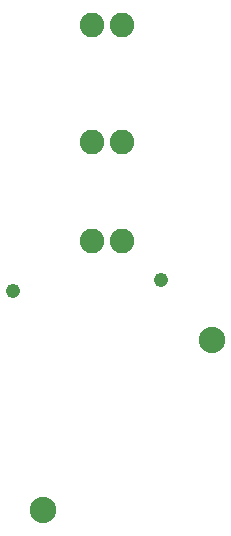
<source format=gbs>
G75*
G70*
%OFA0B0*%
%FSLAX24Y24*%
%IPPOS*%
%LPD*%
%AMOC8*
5,1,8,0,0,1.08239X$1,22.5*
%
%ADD10C,0.0880*%
%ADD11C,0.0820*%
%ADD12C,0.0476*%
D10*
X004826Y003989D03*
X010483Y009646D03*
D11*
X007483Y012946D03*
X006483Y012946D03*
X006483Y016246D03*
X007483Y016246D03*
X007483Y020146D03*
X006483Y020146D03*
D12*
X008783Y011646D03*
X003826Y011289D03*
M02*

</source>
